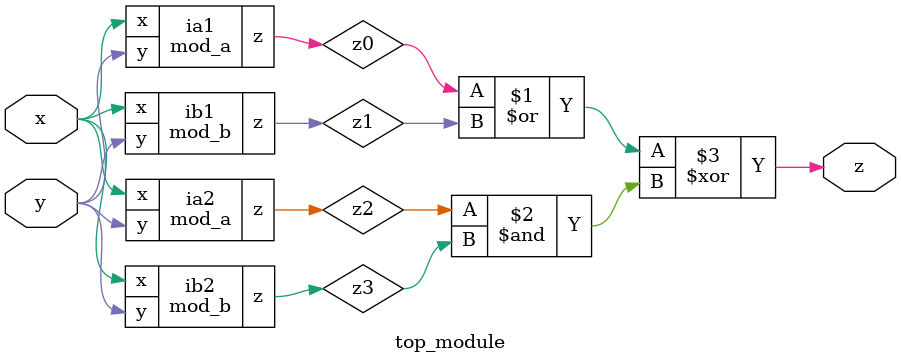
<source format=v>
/*
See mt2015_q4a and mt2015_q4b for the submodules used here.
*/

module mod_a (input x, input y, output z);
    
    assign z = (x ^ y) & x;

endmodule

module mod_b ( input x, input y, output z );
    
    assign z = x == y;

endmodule

module top_module (input x, input y, output z);
    
    wire z0, z1, z2, z3;
    
    mod_a ia1 (x, y, z0);
    mod_b ib1 (x, y, z1);
    mod_a ia2 (x, y, z2);
    mod_b ib2 (x, y, z3);
    
    assign z = (z0 | z1) ^ (z2 & z3);

endmodule



</source>
